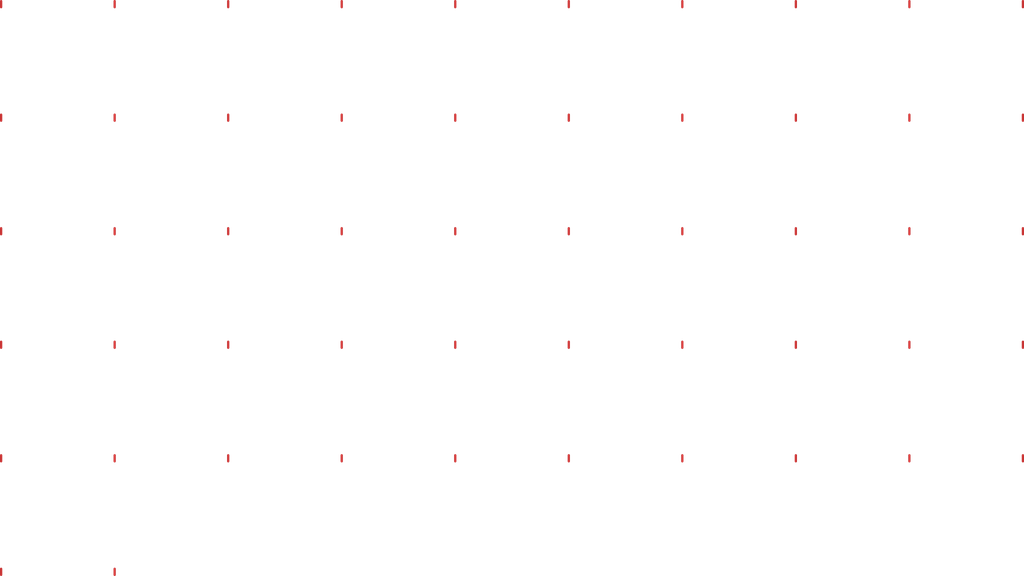
<source format=kicad_pcb>
  (kicad_pcb (version 4) (host pcbnew "(2014-07-21 BZR 5016)-product")

  (general
    (links 0)
    (no_connects 0)
    (area 0 0 0 0)
    (thickness 1.6)
    (drawings 1)
    (tracks 0)
    (zones 0)
    (modules 42)
    (nets 2)
  )

  (page A4)
  (layers
    (0 F.Cu signal)
	(1 In1.Cu signal)
    (2 In2.Cu power)
    (3 In3.Cu power)
    (4 In4.Cu signal)
    (5 In5.Cu signal)
    (6 In6.Cu signal)
    (7 In7.Cu signal)
    (8 In8.Cu signal)
    (31 B.Cu signal)
    (32 B.Adhes user)
    (33 F.Adhes user)
    (34 B.Paste user)
    (35 F.Paste user)
    (36 B.SilkS user)
    (37 F.SilkS user)
    (38 B.Mask user)
    (39 F.Mask user)
    (40 Dwgs.User user)
    (41 Cmts.User user)
    (42 Eco1.User user)
    (43 Eco2.User user)
    (44 Edge.Cuts user)
    (45 Margin user)
    (46 B.CrtYd user)
    (47 F.CrtYd user)
    (48 B.Fab user)
    (49 F.Fab user)

  )

  (setup
    (last_trace_width 0.254)
    (trace_clearance 0.127)
    (zone_clearance 0.0144)
    (zone_45_only no)
    (trace_min 0.254)
    (segment_width 0.2)
    (edge_width 0.1)
    (via_size 0.889)
    (via_drill 0.635)
    (via_min_size 0.889)
    (via_min_drill 0.508)
    (uvia_size 0.508)
    (uvia_drill 0.127)
    (uvias_allowed no)
    (uvia_min_size 0.508)
    (uvia_min_drill 0.127)
    (pcb_text_width 0.3)
    (pcb_text_size 1.5 1.5)
    (mod_edge_width 0.15)
    (mod_text_size 1 1)
    (mod_text_width 0.15)
    (pad_size 1.5 1.5)
    (pad_drill 0.6)
    (pad_to_mask_clearance 0)
    (aux_axis_origin 0 0)
    (visible_elements 7FFFF77F)
    (pcbplotparams
      (layerselection 262143)
      (usegerberextensions false)
      (excludeedgelayer true)
      (linewidth 0.100000)
      (plotframeref false)
      (viasonmask false)
      (mode 1)
      (useauxorigin false)
      (hpglpennumber 1)
      (hpglpenspeed 20)
      (hpglpendiameter 15)
      (hpglpenoverlay 2)
      (psnegative false)
      (psa4output false)
      (plotreference true)
      (plotvalue true)
      (plotinvisibletext false)
      (padsonsilk false)
      (subtractmaskfromsilk false)
      (outputformat 1)
      (mirror false)
      (drillshape 0)
      (scaleselection 1)
      (outputdirectory "GerberOutput/"))
  )

  (net 0 "")
  (net 1 "Net1")
  
  (net_class Default "This is the default net class."
    (clearance 0.254)
    (trace_width 0.254)
    (via_dia 0.889)
    (via_drill 0.635)
    (uvia_dia 0.508)
    (uvia_drill 0.127)
	(add_net Net1)
  )
  (module A0 (layer F.Cu) (tedit 4289BEAB) (tstamp 539EEDBF)
    (at 30 30)
    (path /539EEC0F)
    (attr smd)
	(model "./wrlshp/.wrl"
      (at (xyz 0 0 0))
      (scale (xyz 1 1 1))
      (rotate (xyz 0 0 0))
    )
    (pad "1" smd oval (at 0.0 0.0) (size 0.60000 2.20000) 
      (layers F.Cu F.Mask F.Paste)
    )
  )
  (module A1 (layer F.Cu) (tedit 4289BEAB) (tstamp 539EEDBF)
    (at 60 30)
    (path /539EEC0F)
    (attr smd)
	(model "./wrlshp/073E6FBF-59A4.wrl"
      (at (xyz 0 0 0))
      (scale (xyz 1 1 1))
      (rotate (xyz 0 0 0))
    )
    (pad "1" smd oval (at 0.0 0.0) (size 0.60000 2.20000) 
      (layers F.Cu F.Mask F.Paste)
    )
  )
  (module A2 (layer F.Cu) (tedit 4289BEAB) (tstamp 539EEDBF)
    (at 90 30)
    (path /539EEC0F)
    (attr smd)
	(model "./wrlshp/1237CBCB-9045.wrl"
      (at (xyz 0 0 0))
      (scale (xyz 1 1 1))
      (rotate (xyz 0 0 0))
    )
    (pad "1" smd oval (at 0.0 0.0) (size 0.60000 2.20000) 
      (layers F.Cu F.Mask F.Paste)
    )
  )
  (module A3 (layer F.Cu) (tedit 4289BEAB) (tstamp 539EEDBF)
    (at 120 30)
    (path /539EEC0F)
    (attr smd)
	(model "./wrlshp/1B2BAB83-B475.wrl"
      (at (xyz 0 0 0))
      (scale (xyz 1 1 1))
      (rotate (xyz 0 0 0))
    )
    (pad "1" smd oval (at 0.0 0.0) (size 0.60000 2.20000) 
      (layers F.Cu F.Mask F.Paste)
    )
  )
  (module A4 (layer F.Cu) (tedit 4289BEAB) (tstamp 539EEDBF)
    (at 150 30)
    (path /539EEC0F)
    (attr smd)
	(model "./wrlshp/287B07C8-0B33.wrl"
      (at (xyz 0 0 0))
      (scale (xyz 1 1 1))
      (rotate (xyz 0 0 0))
    )
    (pad "1" smd oval (at 0.0 0.0) (size 0.60000 2.20000) 
      (layers F.Cu F.Mask F.Paste)
    )
  )
  (module A5 (layer F.Cu) (tedit 4289BEAB) (tstamp 539EEDBF)
    (at 180 30)
    (path /539EEC0F)
    (attr smd)
	(model "./wrlshp/2DA701D1-2965.wrl"
      (at (xyz 0 0 0))
      (scale (xyz 1 1 1))
      (rotate (xyz 0 0 0))
    )
    (pad "1" smd oval (at 0.0 0.0) (size 0.60000 2.20000) 
      (layers F.Cu F.Mask F.Paste)
    )
  )
  (module A6 (layer F.Cu) (tedit 4289BEAB) (tstamp 539EEDBF)
    (at 210 30)
    (path /539EEC0F)
    (attr smd)
	(model "./wrlshp/2E6C96A8-3BCE.wrl"
      (at (xyz 0 0 0))
      (scale (xyz 1 1 1))
      (rotate (xyz 0 0 0))
    )
    (pad "1" smd oval (at 0.0 0.0) (size 0.60000 2.20000) 
      (layers F.Cu F.Mask F.Paste)
    )
  )
  (module A7 (layer F.Cu) (tedit 4289BEAB) (tstamp 539EEDBF)
    (at 240 30)
    (path /539EEC0F)
    (attr smd)
	(model "./wrlshp/30187A64-AAE0.wrl"
      (at (xyz 0 0 0))
      (scale (xyz 1 1 1))
      (rotate (xyz 0 0 0))
    )
    (pad "1" smd oval (at 0.0 0.0) (size 0.60000 2.20000) 
      (layers F.Cu F.Mask F.Paste)
    )
  )
  (module A8 (layer F.Cu) (tedit 4289BEAB) (tstamp 539EEDBF)
    (at 270 30)
    (path /539EEC0F)
    (attr smd)
	(model "./wrlshp/3205CE64-7A30.wrl"
      (at (xyz 0 0 0))
      (scale (xyz 1 1 1))
      (rotate (xyz 0 0 0))
    )
    (pad "1" smd oval (at 0.0 0.0) (size 0.60000 2.20000) 
      (layers F.Cu F.Mask F.Paste)
    )
  )
  (module A9 (layer F.Cu) (tedit 4289BEAB) (tstamp 539EEDBF)
    (at 300 30)
    (path /539EEC0F)
    (attr smd)
	(model "./wrlshp/3BDCDF3F-EA56.wrl"
      (at (xyz 0 0 0))
      (scale (xyz 1 1 1))
      (rotate (xyz 0 0 0))
    )
    (pad "1" smd oval (at 0.0 0.0) (size 0.60000 2.20000) 
      (layers F.Cu F.Mask F.Paste)
    )
  )
  (module A10 (layer F.Cu) (tedit 4289BEAB) (tstamp 539EEDBF)
    (at 30 60)
    (path /539EEC0F)
    (attr smd)
	(model "./wrlshp/3EC3CC18-642F.wrl"
      (at (xyz 0 0 0))
      (scale (xyz 1 1 1))
      (rotate (xyz 0 0 0))
    )
    (pad "1" smd oval (at 0.0 0.0) (size 0.60000 2.20000) 
      (layers F.Cu F.Mask F.Paste)
    )
  )
  (module A11 (layer F.Cu) (tedit 4289BEAB) (tstamp 539EEDBF)
    (at 60 60)
    (path /539EEC0F)
    (attr smd)
	(model "./wrlshp/44EEAC8F-DB99.wrl"
      (at (xyz 0 0 0))
      (scale (xyz 1 1 1))
      (rotate (xyz 0 0 0))
    )
    (pad "1" smd oval (at 0.0 0.0) (size 0.60000 2.20000) 
      (layers F.Cu F.Mask F.Paste)
    )
  )
  (module A12 (layer F.Cu) (tedit 4289BEAB) (tstamp 539EEDBF)
    (at 90 60)
    (path /539EEC0F)
    (attr smd)
	(model "./wrlshp/46288236-B57C.wrl"
      (at (xyz 0 0 0))
      (scale (xyz 1 1 1))
      (rotate (xyz 0 0 0))
    )
    (pad "1" smd oval (at 0.0 0.0) (size 0.60000 2.20000) 
      (layers F.Cu F.Mask F.Paste)
    )
  )
  (module A13 (layer F.Cu) (tedit 4289BEAB) (tstamp 539EEDBF)
    (at 120 60)
    (path /539EEC0F)
    (attr smd)
	(model "./wrlshp/4CB3C0D4-3E82.wrl"
      (at (xyz 0 0 0))
      (scale (xyz 1 1 1))
      (rotate (xyz 0 0 0))
    )
    (pad "1" smd oval (at 0.0 0.0) (size 0.60000 2.20000) 
      (layers F.Cu F.Mask F.Paste)
    )
  )
  (module A14 (layer F.Cu) (tedit 4289BEAB) (tstamp 539EEDBF)
    (at 150 60)
    (path /539EEC0F)
    (attr smd)
	(model "./wrlshp/52A4CAD7-5C3F.wrl"
      (at (xyz 0 0 0))
      (scale (xyz 1 1 1))
      (rotate (xyz 0 0 0))
    )
    (pad "1" smd oval (at 0.0 0.0) (size 0.60000 2.20000) 
      (layers F.Cu F.Mask F.Paste)
    )
  )
  (module A15 (layer F.Cu) (tedit 4289BEAB) (tstamp 539EEDBF)
    (at 180 60)
    (path /539EEC0F)
    (attr smd)
	(model "./wrlshp/54136A67-1230.wrl"
      (at (xyz 0 0 0))
      (scale (xyz 1 1 1))
      (rotate (xyz 0 0 0))
    )
    (pad "1" smd oval (at 0.0 0.0) (size 0.60000 2.20000) 
      (layers F.Cu F.Mask F.Paste)
    )
  )
  (module A16 (layer F.Cu) (tedit 4289BEAB) (tstamp 539EEDBF)
    (at 210 60)
    (path /539EEC0F)
    (attr smd)
	(model "./wrlshp/5C78A12C-506E.wrl"
      (at (xyz 0 0 0))
      (scale (xyz 1 1 1))
      (rotate (xyz 0 0 0))
    )
    (pad "1" smd oval (at 0.0 0.0) (size 0.60000 2.20000) 
      (layers F.Cu F.Mask F.Paste)
    )
  )
  (module A17 (layer F.Cu) (tedit 4289BEAB) (tstamp 539EEDBF)
    (at 240 60)
    (path /539EEC0F)
    (attr smd)
	(model "./wrlshp/76AEED51-00E5.wrl"
      (at (xyz 0 0 0))
      (scale (xyz 1 1 1))
      (rotate (xyz 0 0 0))
    )
    (pad "1" smd oval (at 0.0 0.0) (size 0.60000 2.20000) 
      (layers F.Cu F.Mask F.Paste)
    )
  )
  (module A18 (layer F.Cu) (tedit 4289BEAB) (tstamp 539EEDBF)
    (at 270 60)
    (path /539EEC0F)
    (attr smd)
	(model "./wrlshp/7971E18A-9D93.wrl"
      (at (xyz 0 0 0))
      (scale (xyz 1 1 1))
      (rotate (xyz 0 0 0))
    )
    (pad "1" smd oval (at 0.0 0.0) (size 0.60000 2.20000) 
      (layers F.Cu F.Mask F.Paste)
    )
  )
  (module A19 (layer F.Cu) (tedit 4289BEAB) (tstamp 539EEDBF)
    (at 300 60)
    (path /539EEC0F)
    (attr smd)
	(model "./wrlshp/81B66930-3E77.wrl"
      (at (xyz 0 0 0))
      (scale (xyz 1 1 1))
      (rotate (xyz 0 0 0))
    )
    (pad "1" smd oval (at 0.0 0.0) (size 0.60000 2.20000) 
      (layers F.Cu F.Mask F.Paste)
    )
  )
  (module A20 (layer F.Cu) (tedit 4289BEAB) (tstamp 539EEDBF)
    (at 30 90)
    (path /539EEC0F)
    (attr smd)
	(model "./wrlshp/847D3F16-472A.wrl"
      (at (xyz 0 0 0))
      (scale (xyz 1 1 1))
      (rotate (xyz 0 0 0))
    )
    (pad "1" smd oval (at 0.0 0.0) (size 0.60000 2.20000) 
      (layers F.Cu F.Mask F.Paste)
    )
  )
  (module A21 (layer F.Cu) (tedit 4289BEAB) (tstamp 539EEDBF)
    (at 60 90)
    (path /539EEC0F)
    (attr smd)
	(model "./wrlshp/8B1B2FB3-70EE.wrl"
      (at (xyz 0 0 0))
      (scale (xyz 1 1 1))
      (rotate (xyz 0 0 0))
    )
    (pad "1" smd oval (at 0.0 0.0) (size 0.60000 2.20000) 
      (layers F.Cu F.Mask F.Paste)
    )
  )
  (module A22 (layer F.Cu) (tedit 4289BEAB) (tstamp 539EEDBF)
    (at 90 90)
    (path /539EEC0F)
    (attr smd)
	(model "./wrlshp/8E84FBAC-E9A4.wrl"
      (at (xyz 0 0 0))
      (scale (xyz 1 1 1))
      (rotate (xyz 0 0 0))
    )
    (pad "1" smd oval (at 0.0 0.0) (size 0.60000 2.20000) 
      (layers F.Cu F.Mask F.Paste)
    )
  )
  (module A23 (layer F.Cu) (tedit 4289BEAB) (tstamp 539EEDBF)
    (at 120 90)
    (path /539EEC0F)
    (attr smd)
	(model "./wrlshp/8EC7A04B-C339.wrl"
      (at (xyz 0 0 0))
      (scale (xyz 1 1 1))
      (rotate (xyz 0 0 0))
    )
    (pad "1" smd oval (at 0.0 0.0) (size 0.60000 2.20000) 
      (layers F.Cu F.Mask F.Paste)
    )
  )
  (module A24 (layer F.Cu) (tedit 4289BEAB) (tstamp 539EEDBF)
    (at 150 90)
    (path /539EEC0F)
    (attr smd)
	(model "./wrlshp/9125CEC4-1220.wrl"
      (at (xyz 0 0 0))
      (scale (xyz 1 1 1))
      (rotate (xyz 0 0 0))
    )
    (pad "1" smd oval (at 0.0 0.0) (size 0.60000 2.20000) 
      (layers F.Cu F.Mask F.Paste)
    )
  )
  (module A25 (layer F.Cu) (tedit 4289BEAB) (tstamp 539EEDBF)
    (at 180 90)
    (path /539EEC0F)
    (attr smd)
	(model "./wrlshp/93BE322A-0099.wrl"
      (at (xyz 0 0 0))
      (scale (xyz 1 1 1))
      (rotate (xyz 0 0 0))
    )
    (pad "1" smd oval (at 0.0 0.0) (size 0.60000 2.20000) 
      (layers F.Cu F.Mask F.Paste)
    )
  )
  (module A26 (layer F.Cu) (tedit 4289BEAB) (tstamp 539EEDBF)
    (at 210 90)
    (path /539EEC0F)
    (attr smd)
	(model "./wrlshp/98163FBA-849C.wrl"
      (at (xyz 0 0 0))
      (scale (xyz 1 1 1))
      (rotate (xyz 0 0 0))
    )
    (pad "1" smd oval (at 0.0 0.0) (size 0.60000 2.20000) 
      (layers F.Cu F.Mask F.Paste)
    )
  )
  (module A27 (layer F.Cu) (tedit 4289BEAB) (tstamp 539EEDBF)
    (at 240 90)
    (path /539EEC0F)
    (attr smd)
	(model "./wrlshp/A59A03A9-0FAF.wrl"
      (at (xyz 0 0 0))
      (scale (xyz 1 1 1))
      (rotate (xyz 0 0 0))
    )
    (pad "1" smd oval (at 0.0 0.0) (size 0.60000 2.20000) 
      (layers F.Cu F.Mask F.Paste)
    )
  )
  (module A28 (layer F.Cu) (tedit 4289BEAB) (tstamp 539EEDBF)
    (at 270 90)
    (path /539EEC0F)
    (attr smd)
	(model "./wrlshp/A6069AB8-26CF.wrl"
      (at (xyz 0 0 0))
      (scale (xyz 1 1 1))
      (rotate (xyz 0 0 0))
    )
    (pad "1" smd oval (at 0.0 0.0) (size 0.60000 2.20000) 
      (layers F.Cu F.Mask F.Paste)
    )
  )
  (module A29 (layer F.Cu) (tedit 4289BEAB) (tstamp 539EEDBF)
    (at 300 90)
    (path /539EEC0F)
    (attr smd)
	(model "./wrlshp/A83211BE-8484.wrl"
      (at (xyz 0 0 0))
      (scale (xyz 1 1 1))
      (rotate (xyz 0 0 0))
    )
    (pad "1" smd oval (at 0.0 0.0) (size 0.60000 2.20000) 
      (layers F.Cu F.Mask F.Paste)
    )
  )
  (module A30 (layer F.Cu) (tedit 4289BEAB) (tstamp 539EEDBF)
    (at 30 120)
    (path /539EEC0F)
    (attr smd)
	(model "./wrlshp/B4CA2870-4B03.wrl"
      (at (xyz 0 0 0))
      (scale (xyz 1 1 1))
      (rotate (xyz 0 0 0))
    )
    (pad "1" smd oval (at 0.0 0.0) (size 0.60000 2.20000) 
      (layers F.Cu F.Mask F.Paste)
    )
  )
  (module A31 (layer F.Cu) (tedit 4289BEAB) (tstamp 539EEDBF)
    (at 60 120)
    (path /539EEC0F)
    (attr smd)
	(model "./wrlshp/B5D37DCF-503E.wrl"
      (at (xyz 0 0 0))
      (scale (xyz 1 1 1))
      (rotate (xyz 0 0 0))
    )
    (pad "1" smd oval (at 0.0 0.0) (size 0.60000 2.20000) 
      (layers F.Cu F.Mask F.Paste)
    )
  )
  (module A32 (layer F.Cu) (tedit 4289BEAB) (tstamp 539EEDBF)
    (at 90 120)
    (path /539EEC0F)
    (attr smd)
	(model "./wrlshp/B60D9C21-27FC.wrl"
      (at (xyz 0 0 0))
      (scale (xyz 1 1 1))
      (rotate (xyz 0 0 0))
    )
    (pad "1" smd oval (at 0.0 0.0) (size 0.60000 2.20000) 
      (layers F.Cu F.Mask F.Paste)
    )
  )
  (module A33 (layer F.Cu) (tedit 4289BEAB) (tstamp 539EEDBF)
    (at 120 120)
    (path /539EEC0F)
    (attr smd)
	(model "./wrlshp/B785326C-A4FF.wrl"
      (at (xyz 0 0 0))
      (scale (xyz 1 1 1))
      (rotate (xyz 0 0 0))
    )
    (pad "1" smd oval (at 0.0 0.0) (size 0.60000 2.20000) 
      (layers F.Cu F.Mask F.Paste)
    )
  )
  (module A34 (layer F.Cu) (tedit 4289BEAB) (tstamp 539EEDBF)
    (at 150 120)
    (path /539EEC0F)
    (attr smd)
	(model "./wrlshp/B7AD0B05-46E7.wrl"
      (at (xyz 0 0 0))
      (scale (xyz 1 1 1))
      (rotate (xyz 0 0 0))
    )
    (pad "1" smd oval (at 0.0 0.0) (size 0.60000 2.20000) 
      (layers F.Cu F.Mask F.Paste)
    )
  )
  (module A35 (layer F.Cu) (tedit 4289BEAB) (tstamp 539EEDBF)
    (at 180 120)
    (path /539EEC0F)
    (attr smd)
	(model "./wrlshp/BA90D2EB-B4AF.wrl"
      (at (xyz 0 0 0))
      (scale (xyz 1 1 1))
      (rotate (xyz 0 0 0))
    )
    (pad "1" smd oval (at 0.0 0.0) (size 0.60000 2.20000) 
      (layers F.Cu F.Mask F.Paste)
    )
  )
  (module A36 (layer F.Cu) (tedit 4289BEAB) (tstamp 539EEDBF)
    (at 210 120)
    (path /539EEC0F)
    (attr smd)
	(model "./wrlshp/BFCB4B77-DF6B.wrl"
      (at (xyz 0 0 0))
      (scale (xyz 1 1 1))
      (rotate (xyz 0 0 0))
    )
    (pad "1" smd oval (at 0.0 0.0) (size 0.60000 2.20000) 
      (layers F.Cu F.Mask F.Paste)
    )
  )
  (module A37 (layer F.Cu) (tedit 4289BEAB) (tstamp 539EEDBF)
    (at 240 120)
    (path /539EEC0F)
    (attr smd)
	(model "./wrlshp/CBD1527A-2FB9.wrl"
      (at (xyz 0 0 0))
      (scale (xyz 1 1 1))
      (rotate (xyz 0 0 0))
    )
    (pad "1" smd oval (at 0.0 0.0) (size 0.60000 2.20000) 
      (layers F.Cu F.Mask F.Paste)
    )
  )
  (module A38 (layer F.Cu) (tedit 4289BEAB) (tstamp 539EEDBF)
    (at 270 120)
    (path /539EEC0F)
    (attr smd)
	(model "./wrlshp/CEF00564-8F37.wrl"
      (at (xyz 0 0 0))
      (scale (xyz 1 1 1))
      (rotate (xyz 0 0 0))
    )
    (pad "1" smd oval (at 0.0 0.0) (size 0.60000 2.20000) 
      (layers F.Cu F.Mask F.Paste)
    )
  )
  (module A39 (layer F.Cu) (tedit 4289BEAB) (tstamp 539EEDBF)
    (at 300 120)
    (path /539EEC0F)
    (attr smd)
	(model "./wrlshp/CF51DF16-F3C4.wrl"
      (at (xyz 0 0 0))
      (scale (xyz 1 1 1))
      (rotate (xyz 0 0 0))
    )
    (pad "1" smd oval (at 0.0 0.0) (size 0.60000 2.20000) 
      (layers F.Cu F.Mask F.Paste)
    )
  )
  (module A40 (layer F.Cu) (tedit 4289BEAB) (tstamp 539EEDBF)
    (at 30 150)
    (path /539EEC0F)
    (attr smd)
	(model "./wrlshp/D0101E6A-1DFA.wrl"
      (at (xyz 0 0 0))
      (scale (xyz 1 1 1))
      (rotate (xyz 0 0 0))
    )
    (pad "1" smd oval (at 0.0 0.0) (size 0.60000 2.20000) 
      (layers F.Cu F.Mask F.Paste)
    )
  )
  (module A41 (layer F.Cu) (tedit 4289BEAB) (tstamp 539EEDBF)
    (at 60 150)
    (path /539EEC0F)
    (attr smd)
	(model "./wrlshp/D18F3481-0122.wrl"
      (at (xyz 0 0 0))
      (scale (xyz 1 1 1))
      (rotate (xyz 0 0 0))
    )
    (pad "1" smd oval (at 0.0 0.0) (size 0.60000 2.20000) 
      (layers F.Cu F.Mask F.Paste)
    )
  )
  (module A42 (layer F.Cu) (tedit 4289BEAB) (tstamp 539EEDBF)
    (at 90 150)
    (path /539EEC0F)
    (attr smd)
	(model "./wrlshp/D1C55511-CD8B.wrl"
      (at (xyz 0 0 0))
      (scale (xyz 1 1 1))
      (rotate (xyz 0 0 0))
    )
    (pad "1" smd oval (at 0.0 0.0) (size 0.60000 2.20000) 
      (layers F.Cu F.Mask F.Paste)
    )
  )
  (module A43 (layer F.Cu) (tedit 4289BEAB) (tstamp 539EEDBF)
    (at 120 150)
    (path /539EEC0F)
    (attr smd)
	(model "./wrlshp/E00F205B-96FE.wrl"
      (at (xyz 0 0 0))
      (scale (xyz 1 1 1))
      (rotate (xyz 0 0 0))
    )
    (pad "1" smd oval (at 0.0 0.0) (size 0.60000 2.20000) 
      (layers F.Cu F.Mask F.Paste)
    )
  )
  (module A44 (layer F.Cu) (tedit 4289BEAB) (tstamp 539EEDBF)
    (at 150 150)
    (path /539EEC0F)
    (attr smd)
	(model "./wrlshp/E27FA028-CCC7.wrl"
      (at (xyz 0 0 0))
      (scale (xyz 1 1 1))
      (rotate (xyz 0 0 0))
    )
    (pad "1" smd oval (at 0.0 0.0) (size 0.60000 2.20000) 
      (layers F.Cu F.Mask F.Paste)
    )
  )
  (module A45 (layer F.Cu) (tedit 4289BEAB) (tstamp 539EEDBF)
    (at 180 150)
    (path /539EEC0F)
    (attr smd)
	(model "./wrlshp/EA9A7D0B-D74F.wrl"
      (at (xyz 0 0 0))
      (scale (xyz 1 1 1))
      (rotate (xyz 0 0 0))
    )
    (pad "1" smd oval (at 0.0 0.0) (size 0.60000 2.20000) 
      (layers F.Cu F.Mask F.Paste)
    )
  )
  (module A46 (layer F.Cu) (tedit 4289BEAB) (tstamp 539EEDBF)
    (at 210 150)
    (path /539EEC0F)
    (attr smd)
	(model "./wrlshp/EACFF988-57F2.wrl"
      (at (xyz 0 0 0))
      (scale (xyz 1 1 1))
      (rotate (xyz 0 0 0))
    )
    (pad "1" smd oval (at 0.0 0.0) (size 0.60000 2.20000) 
      (layers F.Cu F.Mask F.Paste)
    )
  )
  (module A47 (layer F.Cu) (tedit 4289BEAB) (tstamp 539EEDBF)
    (at 240 150)
    (path /539EEC0F)
    (attr smd)
	(model "./wrlshp/F10E4E28-4B51.wrl"
      (at (xyz 0 0 0))
      (scale (xyz 1 1 1))
      (rotate (xyz 0 0 0))
    )
    (pad "1" smd oval (at 0.0 0.0) (size 0.60000 2.20000) 
      (layers F.Cu F.Mask F.Paste)
    )
  )
  (module A48 (layer F.Cu) (tedit 4289BEAB) (tstamp 539EEDBF)
    (at 270 150)
    (path /539EEC0F)
    (attr smd)
	(model "./wrlshp/F36A0D26-9A86.wrl"
      (at (xyz 0 0 0))
      (scale (xyz 1 1 1))
      (rotate (xyz 0 0 0))
    )
    (pad "1" smd oval (at 0.0 0.0) (size 0.60000 2.20000) 
      (layers F.Cu F.Mask F.Paste)
    )
  )
  (module A49 (layer F.Cu) (tedit 4289BEAB) (tstamp 539EEDBF)
    (at 300 150)
    (path /539EEC0F)
    (attr smd)
	(model "./wrlshp/FC4A555A-B2B3.wrl"
      (at (xyz 0 0 0))
      (scale (xyz 1 1 1))
      (rotate (xyz 0 0 0))
    )
    (pad "1" smd oval (at 0.0 0.0) (size 0.60000 2.20000) 
      (layers F.Cu F.Mask F.Paste)
    )
  )
  (module A50 (layer F.Cu) (tedit 4289BEAB) (tstamp 539EEDBF)
    (at 30 180)
    (path /539EEC0F)
    (attr smd)
	(model "./wrlshp/FC5D031C-6194.wrl"
      (at (xyz 0 0 0))
      (scale (xyz 1 1 1))
      (rotate (xyz 0 0 0))
    )
    (pad "1" smd oval (at 0.0 0.0) (size 0.60000 2.20000) 
      (layers F.Cu F.Mask F.Paste)
    )
  )
  (module A51 (layer F.Cu) (tedit 4289BEAB) (tstamp 539EEDBF)
    (at 60 180)
    (path /539EEC0F)
    (attr smd)
	(model "./wrlshp/FFA51B7B-6A58.wrl"
      (at (xyz 0 0 0))
      (scale (xyz 1 1 1))
      (rotate (xyz 0 0 0))
    )
    (pad "1" smd oval (at 0.0 0.0) (size 0.60000 2.20000) 
      (layers F.Cu F.Mask F.Paste)
    )
  )
)

</source>
